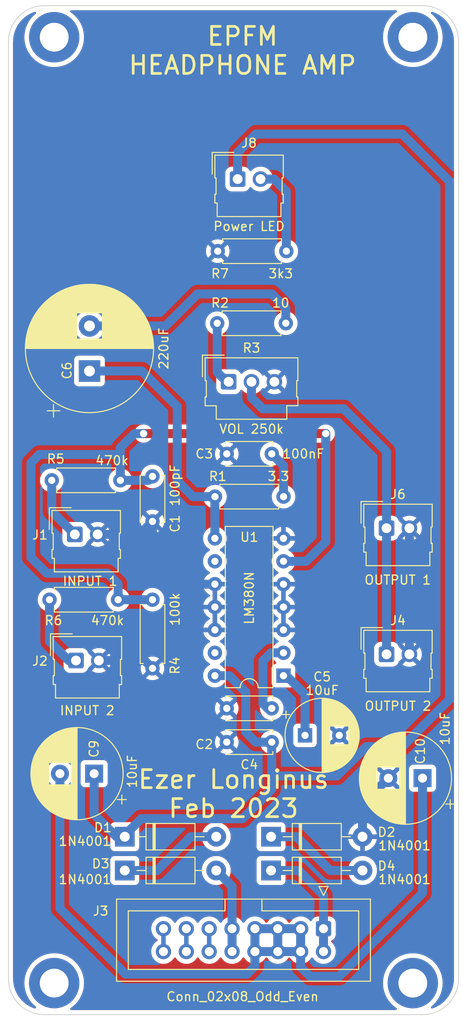
<source format=kicad_pcb>
(kicad_pcb (version 20211014) (generator pcbnew)
  (layers (0 "F.Cu" signal) (31 "B.Cu" signal) (34 "B.Paste" user) (35 "F.Paste" user) (36 "B.SilkS" user "B.Silkscreen") (37 "F.SilkS" user "F.Silkscreen") (38 "B.Mask" user) (39 "F.Mask" user) (44 "Edge.Cuts" user))
  (net 0 "")
  (net 1 "Earth")
  (net 2 "Net-(R5-Pad2)")
  (net 3 "Net-(C2-Pad1)")
  (net 4 "Net-(R1-Pad2)")
  (net 5 "+VDC")
  (net 6 "Net-(J1-Pad1)")
  (net 7 "Net-(C5-Pad1)")
  (net 8 "Net-(J2-Pad1)")
  (net 9 "Net-(R2-Pad2)")
  (net 12 "Net-(D3-Pad1)")
  (net 13 "Net-(D4-Pad2)")
  (net 14 "Net-(J3-Pad4)")
  (net 15 "+12V")
  (net 16 "-12V")
  (net 17 "+5V")
  (net 18 "CV")
  (net 19 "GATE")
  (net 20 "Net-(R1-Pad1)")
  (net 21 "Net-(R3-Pad2)")
  (net 22 "Net-(R2-Pad1)")
  (net 23 "Net-(J8-Pad2)")
  (footprint "MountingHole:MountingHole_3.2mm_M3_DIN965_Pad" (layer "F.Cu") (at 144.92 43.5)
    (fp_text reference "H2")
    (fp_text value "MountingHole")
    (pad "1" thru_hole circle (at 0 0) (size 5.6 5.6) (drill 3.2) (layers *.Cu *.Mask))
  )
  (footprint "Connector_Molex:Molex_SL_171971-0002_1x02_P2.54mm_Vertical" (layer "F.Cu") (at 107.5 112.69)
    (fp_text reference "J2" (at -4 0.06) (layer "F.SilkS"))
    (fp_text value "INPUT 2" (at 1.25 5.56) (layer "F.SilkS"))
    (pad "1" thru_hole roundrect (at 0 0) (size 1.74 1.74) (drill 1.09) (layers *.Cu *.Mask) (roundrect_rratio 0.1436781609) (net 8 "Net-(J2-Pad1)"))
    (pad "2" thru_hole circle (at 2.54 0) (size 1.74 1.74) (drill 1.09) (layers *.Cu *.Mask) (net 1 "Earth"))
  )
  (footprint "Resistor_THT:R_Axial_DIN0207_L6.3mm_D2.5mm_P7.62mm_Horizontal" (layer "F.Cu") (at 122.94 94.5)
    (fp_text reference "R1" (at 0.31 -2.25) (layer "F.SilkS"))
    (fp_text value "3.3" (at 7.06 -2.25) (layer "F.SilkS"))
    (pad "1" thru_hole circle (at 0 0) (size 1.6 1.6) (drill 0.8) (layers *.Cu *.Mask) (net 20 "Net-(R1-Pad1)"))
    (pad "2" thru_hole oval (at 7.62 0) (size 1.6 1.6) (drill 0.8) (layers *.Cu *.Mask) (net 4 "Net-(R1-Pad2)"))
  )
  (footprint "Capacitor_THT:C_Disc_D5.0mm_W2.5mm_P5.00mm" (layer "F.Cu") (at 116 97.25 90)
    (fp_text reference "C1" (at -0.25 2.5 90) (layer "F.SilkS"))
    (fp_text value "100pF" (at 4 2.5 90) (layer "F.SilkS"))
    (pad "1" thru_hole circle (at 0 0 90) (size 1.6 1.6) (drill 0.8) (layers *.Cu *.Mask) (net 1 "Earth"))
    (pad "2" thru_hole circle (at 5 0 90) (size 1.6 1.6) (drill 0.8) (layers *.Cu *.Mask) (net 2 "Net-(R5-Pad2)"))
  )
  (footprint "Capacitor_THT:C_Disc_D5.0mm_W2.5mm_P5.00mm" (layer "F.Cu") (at 129.25 121.75 180)
    (fp_text reference "C4" (at 2.5 -2.5) (layer "F.SilkS"))
    (fp_text value "100nF")
    (pad "1" thru_hole circle (at 0 0 180) (size 1.6 1.6) (drill 0.8) (layers *.Cu *.Mask) (net 5 "+VDC"))
    (pad "2" thru_hole circle (at 5 0 180) (size 1.6 1.6) (drill 0.8) (layers *.Cu *.Mask) (net 1 "Earth"))
  )
  (footprint "Capacitor_THT:CP_Radial_D10.0mm_P3.80mm" (layer "F.Cu") (at 146 125.75 180)
    (fp_text reference "C10" (at 0.25 3 90) (layer "F.SilkS"))
    (fp_text value "10uF" (at -2.5 5.5 90) (layer "F.SilkS"))
    (pad "1" thru_hole rect (at 0 0 180) (size 2 2) (drill 1) (layers *.Cu *.Mask) (net 14 "Net-(J3-Pad4)"))
    (pad "2" thru_hole circle (at 3.8 0 180) (size 2 2) (drill 1) (layers *.Cu *.Mask) (net 1 "Earth"))
  )
  (footprint "Connector_Molex:Molex_SL_171971-0002_1x02_P2.54mm_Vertical" (layer "F.Cu") (at 142 98)
    (fp_text reference "J6" (at 1.27 -3.75) (layer "F.SilkS"))
    (fp_text value "OUTPUT 1" (at 1.25 5.75) (layer "F.SilkS"))
    (pad "1" thru_hole roundrect (at 0 0) (size 1.74 1.74) (drill 1.09) (layers *.Cu *.Mask) (roundrect_rratio 0.1436781609) (net 21 "Net-(R3-Pad2)"))
    (pad "2" thru_hole circle (at 2.54 0) (size 1.74 1.74) (drill 1.09) (layers *.Cu *.Mask) (net 1 "Earth"))
  )
  (footprint "Resistor_THT:R_Axial_DIN0207_L6.3mm_D2.5mm_P7.62mm_Horizontal" (layer "F.Cu") (at 104.56 105.94)
    (fp_text reference "R6" (at 0.44 2.31) (layer "F.SilkS"))
    (fp_text value "470k" (at 6.44 2.31) (layer "F.SilkS"))
    (pad "1" thru_hole circle (at 0 0) (size 1.6 1.6) (drill 0.8) (layers *.Cu *.Mask) (net 8 "Net-(J2-Pad1)"))
    (pad "2" thru_hole oval (at 7.62 0) (size 1.6 1.6) (drill 0.8) (layers *.Cu *.Mask) (net 2 "Net-(R5-Pad2)"))
  )
  (footprint "Capacitor_THT:C_Disc_D5.0mm_W2.5mm_P5.00mm" (layer "F.Cu") (at 129.25 118 180)
    (fp_text reference "C2" (at 7.5 -4) (layer "F.SilkS"))
    (fp_text value "10nF")
    (pad "1" thru_hole circle (at 0 0 180) (size 1.6 1.6) (drill 0.8) (layers *.Cu *.Mask) (net 3 "Net-(C2-Pad1)"))
    (pad "2" thru_hole circle (at 5 0 180) (size 1.6 1.6) (drill 0.8) (layers *.Cu *.Mask) (net 1 "Earth"))
  )
  (footprint "Diode_THT:D_DO-41_SOD81_P10.16mm_Horizontal" (layer "F.Cu") (at 112.92 132.25)
    (fp_text reference "D1" (at -2.43 -1.0082) (layer "F.SilkS"))
    (fp_text value "1N4001" (at -4.42 0.5) (layer "F.SilkS"))
    (pad "1" thru_hole rect (at 0 0) (size 2.2 2.2) (drill 1.1) (layers *.Cu *.Mask) (net 5 "+VDC"))
    (pad "2" thru_hole oval (at 10.16 0) (size 2.2 2.2) (drill 1.1) (layers *.Cu *.Mask) (net 12 "Net-(D3-Pad1)"))
  )
  (footprint "Resistor_THT:R_Axial_DIN0207_L6.3mm_D2.5mm_P7.62mm_Horizontal" (layer "F.Cu") (at 116 113.56 90)
    (fp_text reference "R4" (at 0.31 2.5 90) (layer "F.SilkS"))
    (fp_text value "100k" (at 6.56 2.5 90) (layer "F.SilkS"))
    (pad "1" thru_hole circle (at 0 0 90) (size 1.6 1.6) (drill 0.8) (layers *.Cu *.Mask) (net 1 "Earth"))
    (pad "2" thru_hole oval (at 7.62 0 90) (size 1.6 1.6) (drill 0.8) (layers *.Cu *.Mask) (net 2 "Net-(R5-Pad2)"))
  )
  (footprint "Package_DIP:DIP-14_W7.62mm" (layer "F.Cu") (at 130.55 114.375 180)
    (fp_text reference "U1" (at 3.8 15.375) (layer "F.SilkS"))
    (fp_text value "LM380N" (at 3.8 8.625 90) (layer "F.SilkS"))
    (pad "1" thru_hole rect (at 0 0 180) (size 1.6 1.6) (drill 0.8) (layers *.Cu *.Mask) (net 7 "Net-(C5-Pad1)"))
    (pad "2" thru_hole oval (at 0 2.54 180) (size 1.6 1.6) (drill 0.8) (layers *.Cu *.Mask) (net 3 "Net-(C2-Pad1)"))
    (pad "3" thru_hole oval (at 0 5.08 180) (size 1.6 1.6) (drill 0.8) (layers *.Cu *.Mask) (net 1 "Earth"))
    (pad "4" thru_hole oval (at 0 7.62 180) (size 1.6 1.6) (drill 0.8) (layers *.Cu *.Mask) (net 1 "Earth"))
    (pad "5" thru_hole oval (at 0 10.16 180) (size 1.6 1.6) (drill 0.8) (layers *.Cu *.Mask) (net 1 "Earth"))
    (pad "6" thru_hole oval (at 0 12.7 180) (size 1.6 1.6) (drill 0.8) (layers *.Cu *.Mask) (net 2 "Net-(R5-Pad2)"))
    (pad "7" thru_hole oval (at 0 15.24 180) (size 1.6 1.6) (drill 0.8) (layers *.Cu *.Mask) (net 1 "Earth"))
    (pad "8" thru_hole oval (at 7.62 15.24 180) (size 1.6 1.6) (drill 0.8) (layers *.Cu *.Mask) (net 20 "Net-(R1-Pad1)"))
    (pad "9" thru_hole oval (at 7.62 12.7 180) (size 1.6 1.6) (drill 0.8) (layers *.Cu *.Mask))
    (pad "10" thru_hole oval (at 7.62 10.16 180) (size 1.6 1.6) (drill 0.8) (layers *.Cu *.Mask) (net 1 "Earth"))
    (pad "11" thru_hole oval (at 7.62 7.62 180) (size 1.6 1.6) (drill 0.8) (layers *.Cu *.Mask) (net 1 "Earth"))
    (pad "12" thru_hole oval (at 7.62 5.08 180) (size 1.6 1.6) (drill 0.8) (layers *.Cu *.Mask) (net 1 "Earth"))
    (pad "13" thru_hole oval (at 7.62 2.54 180) (size 1.6 1.6) (drill 0.8) (layers *.Cu *.Mask))
    (pad "14" thru_hole oval (at 7.62 0 180) (size 1.6 1.6) (drill 0.8) (layers *.Cu *.Mask) (net 5 "+VDC"))
  )
  (footprint "Connector_Molex:Molex_SL_171971-0002_1x02_P2.54mm_Vertical" (layer "F.Cu") (at 142 112)
    (fp_text reference "J4" (at 1.27 -3.75) (layer "F.SilkS"))
    (fp_text value "OUTPUT 2" (at 1.27 5.75) (layer "F.SilkS"))
    (pad "1" thru_hole roundrect (at 0 0) (size 1.74 1.74) (drill 1.09) (layers *.Cu *.Mask) (roundrect_rratio 0.1436781609) (net 21 "Net-(R3-Pad2)"))
    (pad "2" thru_hole circle (at 2.54 0) (size 1.74 1.74) (drill 1.09) (layers *.Cu *.Mask) (net 1 "Earth"))
  )
  (footprint "Capacitor_THT:CP_Radial_D10.0mm_P3.80mm" (layer "F.Cu") (at 109.517677 125.25 180)
    (fp_text reference "C9" (at 0.017677 2.75 90) (layer "F.SilkS"))
    (fp_text value "10uF" (at -4.232323 0.25 90) (layer "F.SilkS"))
    (pad "1" thru_hole rect (at 0 0 180) (size 2 2) (drill 1) (layers *.Cu *.Mask) (net 5 "+VDC"))
    (pad "2" thru_hole circle (at 3.8 0 180) (size 2 2) (drill 1) (layers *.Cu *.Mask) (net 14 "Net-(J3-Pad4)"))
  )
  (footprint "Connector_Molex:Molex_SL_171971-0003_1x03_P2.54mm_Vertical" (layer "F.Cu") (at 124.46 81.75)
    (fp_text reference "R3" (at 2.54 -3.75) (layer "F.SilkS"))
    (fp_text value "VOL 250k" (at 2.54 5.25) (layer "F.SilkS"))
    (pad "1" thru_hole roundrect (at 0 0) (size 1.74 1.74) (drill 1.09) (layers *.Cu *.Mask) (roundrect_rratio 0.1436781609) (net 9 "Net-(R2-Pad2)"))
    (pad "2" thru_hole circle (at 2.54 0) (size 1.74 1.74) (drill 1.09) (layers *.Cu *.Mask) (net 21 "Net-(R3-Pad2)"))
    (pad "3" thru_hole circle (at 5.08 0) (size 1.74 1.74) (drill 1.09) (layers *.Cu *.Mask) (net 1 "Earth"))
  )
  (footprint "Diode_THT:D_DO-41_SOD81_P10.16mm_Horizontal" (layer "F.Cu") (at 129.17 136)
    (fp_text reference "D4" (at 12.83 -0.5) (layer "F.SilkS"))
    (fp_text value "1N4001" (at 14.83 1) (layer "F.SilkS"))
    (pad "1" thru_hole rect (at 0 0) (size 2.2 2.2) (drill 1.1) (layers *.Cu *.Mask) (net 16 "-12V"))
    (pad "2" thru_hole oval (at 10.16 0) (size 2.2 2.2) (drill 1.1) (layers *.Cu *.Mask) (net 13 "Net-(D4-Pad2)"))
  )
  (footprint "Resistor_THT:R_Axial_DIN0207_L6.3mm_D2.5mm_P7.62mm_Horizontal" (layer "F.Cu") (at 123.25 67.25)
    (fp_text reference "R7" (at 0.25 2.5) (layer "F.SilkS"))
    (fp_text value "3k3" (at 7 2.5) (layer "F.SilkS"))
    (pad "1" thru_hole circle (at 0 0) (size 1.6 1.6) (drill 0.8) (layers *.Cu *.Mask) (net 1 "Earth"))
    (pad "2" thru_hole oval (at 7.62 0) (size 1.6 1.6) (drill 0.8) (layers *.Cu *.Mask) (net 23 "Net-(J8-Pad2)"))
  )
  (footprint "Diode_THT:D_DO-41_SOD81_P10.16mm_Horizontal" (layer "F.Cu") (at 112.92 136)
    (fp_text reference "D3" (at -2.67 -0.75) (layer "F.SilkS"))
    (fp_text value "1N4001" (at -4.42 1) (layer "F.SilkS"))
    (pad "1" thru_hole rect (at 0 0) (size 2.2 2.2) (drill 1.1) (layers *.Cu *.Mask) (net 12 "Net-(D3-Pad1)"))
    (pad "2" thru_hole oval (at 10.16 0) (size 2.2 2.2) (drill 1.1) (layers *.Cu *.Mask) (net 15 "+12V"))
  )
  (footprint "Capacitor_THT:CP_Radial_D8.0mm_P3.80mm" (layer "F.Cu") (at 132.947349 121)
    (fp_text reference "C5" (at 1.9 -6.5) (layer "F.SilkS"))
    (fp_text value "10uF" (at 1.9 -5) (layer "F.SilkS"))
    (pad "1" thru_hole rect (at 0 0) (size 1.6 1.6) (drill 0.8) (layers *.Cu *.Mask) (net 7 "Net-(C5-Pad1)"))
    (pad "2" thru_hole circle (at 3.8 0) (size 1.6 1.6) (drill 0.8) (layers *.Cu *.Mask) (net 1 "Earth"))
  )
  (footprint "Connector_Molex:Molex_SL_171971-0002_1x02_P2.54mm_Vertical" (layer "F.Cu") (at 125.46 59.25)
    (fp_text reference "J8" (at 1.27 -4) (layer "F.SilkS"))
    (fp_text value "Power LED" (at 1.27 5.25) (layer "F.SilkS"))
    (pad "1" thru_hole roundrect (at 0 0) (size 1.74 1.74) (drill 1.09) (layers *.Cu *.Mask) (roundrect_rratio 0.1436781609) (net 5 "+VDC"))
    (pad "2" thru_hole circle (at 2.54 0) (size 1.74 1.74) (drill 1.09) (layers *.Cu *.Mask) (net 23 "Net-(J8-Pad2)"))
  )
  (footprint "Capacitor_THT:CP_Radial_D14.0mm_P5.00mm" (layer "F.Cu") (at 109 80.552651 90)
    (fp_text reference "C6" (at 0.052651 -2.5 90) (layer "F.SilkS"))
    (fp_text value "220uF" (at 2.5 8.25 90) (layer "F.SilkS"))
    (pad "1" thru_hole rect (at 0 0 90) (size 2.4 2.4) (drill 1.2) (layers *.Cu *.Mask) (net 20 "Net-(R1-Pad1)"))
    (pad "2" thru_hole circle (at 5 0 90) (size 2.4 2.4) (drill 1.2) (layers *.Cu *.Mask) (net 22 "Net-(R2-Pad1)"))
  )
  (footprint "Capacitor_THT:C_Disc_D5.0mm_W2.5mm_P5.00mm" (layer "F.Cu") (at 124.25 89.75)
    (fp_text reference "C3" (at -2.5 0) (layer "F.SilkS"))
    (fp_text value "100nF" (at 8.5 0) (layer "F.SilkS"))
    (pad "1" thru_hole circle (at 0 0) (size 1.6 1.6) (drill 0.8) (layers *.Cu *.Mask) (net 1 "Earth"))
    (pad "2" thru_hole circle (at 5 0) (size 1.6 1.6) (drill 0.8) (layers *.Cu *.Mask) (net 4 "Net-(R1-Pad2)"))
  )
  (footprint "Connector_IDC:IDC-Header_2x08_P2.54mm_Vertical" (layer "F.Cu") (at 135 142.46 -90)
    (fp_text reference "J3" (at -1.96 24.75) (layer "F.SilkS"))
    (fp_text value "Conn_02x08_Odd_Even" (at 7.54 9 180) (layer "F.SilkS"))
    (pad "1" thru_hole roundrect (at 0 0 270) (size 1.7 1.7) (drill 1) (layers *.Cu *.Mask) (roundrect_rratio 0.1470588235) (net 16 "-12V"))
    (pad "2" thru_hole circle (at 2.54 0 270) (size 1.7 1.7) (drill 1) (layers *.Cu *.Mask) (net 16 "-12V"))
    (pad "3" thru_hole circle (at 0 2.54 270) (size 1.7 1.7) (drill 1) (layers *.Cu *.Mask) (net 14 "Net-(J3-Pad4)"))
    (pad "4" thru_hole circle (at 2.54 2.54 270) (size 1.7 1.7) (drill 1) (layers *.Cu *.Mask) (net 14 "Net-(J3-Pad4)"))
    (pad "5" thru_hole circle (at 0 5.08 270) (size 1.7 1.7) (drill 1) (layers *.Cu *.Mask) (net 14 "Net-(J3-Pad4)"))
    (pad "6" thru_hole circle (at 2.54 5.08 270) (size 1.7 1.7) (drill 1) (layers *.Cu *.Mask) (net 14 "Net-(J3-Pad4)"))
    (pad "7" thru_hole circle (at 0 7.62 270) (size 1.7 1.7) (drill 1) (layers *.Cu *.Mask) (net 14 "Net-(J3-Pad4)"))
    (pad "8" thru_hole circle (at 2.54 7.62 270) (size 1.7 1.7) (drill 1) (layers *.Cu *.Mask) (net 14 "Net-(J3-Pad4)"))
    (pad "9" thru_hole circle (at 0 10.16 270) (size 1.7 1.7) (drill 1) (layers *.Cu *.Mask) (net 15 "+12V"))
    (pad "10" thru_hole circle (at 2.54 10.16 270) (size 1.7 1.7) (drill 1) (layers *.Cu *.Mask) (net 15 "+12V"))
    (pad "11" thru_hole circle (at 0 12.7 270) (size 1.7 1.7) (drill 1) (layers *.Cu *.Mask) (net 17 "+5V"))
    (pad "12" thru_hole circle (at 2.54 12.7 270) (size 1.7 1.7) (drill 1) (layers *.Cu *.Mask) (net 17 "+5V"))
    (pad "13" thru_hole circle (at 0 15.24 270) (size 1.7 1.7) (drill 1) (layers *.Cu *.Mask) (net 18 "CV"))
    (pad "14" thru_hole circle (at 2.54 15.24 270) (size 1.7 1.7) (drill 1) (layers *.Cu *.Mask) (net 18 "CV"))
    (pad "15" thru_hole circle (at 0 17.78 270) (size 1.7 1.7) (drill 1) (layers *.Cu *.Mask) (net 19 "GATE"))
    (pad "16" thru_hole circle (at 2.54 17.78 270) (size 1.7 1.7) (drill 1) (layers *.Cu *.Mask) (net 19 "GATE"))
  )
  (footprint "Connector_Molex:Molex_SL_171971-0002_1x02_P2.54mm_Vertical" (layer "F.Cu") (at 107.37 98.69)
    (fp_text reference "J1" (at -3.87 0.06) (layer "F.SilkS"))
    (fp_text value " INPUT 1" (at 1.3166 5.196) (layer "F.SilkS"))
    (pad "1" thru_hole roundrect (at 0 0) (size 1.74 1.74) (drill 1.09) (layers *.Cu *.Mask) (roundrect_rratio 0.1436781609) (net 6 "Net-(J1-Pad1)"))
    (pad "2" thru_hole circle (at 2.54 0) (size 1.74 1.74) (drill 1.09) (layers *.Cu *.Mask) (net 1 "Earth"))
  )
  (footprint "Resistor_THT:R_Axial_DIN0207_L6.3mm_D2.5mm_P7.62mm_Horizontal" (layer "F.Cu") (at 130.81 75.25 180)
    (fp_text reference "R2" (at 7.31 2.25) (layer "F.SilkS"))
    (fp_text value "10" (at 0.56 2.25) (layer "F.SilkS"))
    (pad "1" thru_hole circle (at 0 0 180) (size 1.6 1.6) (drill 0.8) (layers *.Cu *.Mask) (net 22 "Net-(R2-Pad1)"))
    (pad "2" thru_hole oval (at 7.62 0 180) (size 1.6 1.6) (drill 0.8) (layers *.Cu *.Mask) (net 9 "Net-(R2-Pad2)"))
  )
  (footprint "MountingHole:MountingHole_3.2mm_M3_DIN965_Pad" (layer "F.Cu") (at 144.92 148.5)
    (fp_text reference "H4")
    (fp_text value "MountingHole")
    (pad "1" thru_hole circle (at 0 0) (size 5.6 5.6) (drill 3.2) (layers *.Cu *.Mask))
  )
  (footprint "MountingHole:MountingHole_3.2mm_M3_DIN965_Pad" (layer "F.Cu") (at 105.08 43.5)
    (fp_text reference "H1")
    (fp_text value "MountingHole")
    (pad "1" thru_hole circle (at 0 0) (size 5.6 5.6) (drill 3.2) (layers *.Cu *.Mask))
  )
  (footprint "Resistor_THT:R_Axial_DIN0207_L6.3mm_D2.5mm_P7.62mm_Horizontal" (layer "F.Cu") (at 104.81 92.69)
    (fp_text reference "R5" (at 0.44 -2.37) (layer "F.SilkS"))
    (fp_text value "470k" (at 6.69 -2.19) (layer "F.SilkS"))
    (pad "1" thru_hole circle (at 0 0) (size 1.6 1.6) (drill 0.8) (layers *.Cu *.Mask) (net 6 "Net-(J1-Pad1)"))
    (pad "2" thru_hole oval (at 7.62 0) (size 1.6 1.6) (drill 0.8) (layers *.Cu *.Mask) (net 2 "Net-(R5-Pad2)"))
  )
  (footprint "Diode_THT:D_DO-41_SOD81_P10.16mm_Horizontal" (layer "F.Cu") (at 129.17 132.25)
    (fp_text reference "D2" (at 12.83 -0.5) (layer "F.SilkS"))
    (fp_text value "1N4001" (at 14.83 1) (layer "F.SilkS"))
    (pad "1" thru_hole rect (at 0 0) (size 2.2 2.2) (drill 1.1) (layers *.Cu *.Mask) (net 13 "Net-(D4-Pad2)"))
    (pad "2" thru_hole oval (at 10.16 0) (size 2.2 2.2) (drill 1.1) (layers *.Cu *.Mask) (net 1 "Earth"))
  )
  (footprint "MountingHole:MountingHole_3.2mm_M3_DIN965_Pad" (layer "F.Cu") (at 105.08 148.5)
    (fp_text reference "H3")
    (fp_text value "MountingHole")
    (pad "1" thru_hole circle (at 0 0) (size 5.6 5.6) (drill 3.2) (layers *.Cu *.Mask))
  )
  (gr_arc (start 150 148) (mid 148.828427 150.828427) (end 146 152) (layer "Edge.Cuts") (width 0.1))
  (gr_arc (start 100 44) (mid 101.171573 41.171573) (end 104 40) (layer "Edge.Cuts") (width 0.1))
  (gr_line (start 146 40) (end 104 40) (layer "Edge.Cuts") (width 0.1))
  (gr_line (start 104 152) (end 146 152) (layer "Edge.Cuts") (width 0.1))
  (gr_line (start 100 148) (end 100 44) (layer "Edge.Cuts") (width 0.1))
  (gr_arc (start 104 152) (mid 101.171573 150.828427) (end 100 148) (layer "Edge.Cuts") (width 0.1))
  (gr_arc (start 146 40) (mid 148.828427 41.171573) (end 150 44) (layer "Edge.Cuts") (width 0.1))
  (gr_line (start 150 44) (end 150 148) (layer "Edge.Cuts") (width 0.1))
  (gr_text "EPFM\nHEADPHONE AMP" (at 126 45) (layer "F.SilkS") (effects (font (size 2 2) (thickness 0.3))))
  (gr_text "Ezer Longinus\nFeb 2023" (at 125 127.5) (layer "F.SilkS") (effects (font (size 2 2) (thickness 0.3))))
  (segment (start 139.33 128.62) (end 142.2 125.75) (width 1) (layer "B.Cu") (net 1))
  (segment (start 139.33 132.25) (end 139.33 128.62) (width 1) (layer "B.Cu") (net 1))
  (segment (start 110.04 112.69) (end 115.13 112.69) (width 1) (layer "B.Cu") (net 1))
  (segment (start 120.715 104.215) (end 116 99.5) (width 1) (layer "B.Cu") (net 1))
  (segment (start 116 99.5) (end 116 97.25) (width 1) (layer "B.Cu") (net 1))
  (segment (start 122.93 104.215) (end 120.715 104.215) (width 1) (layer "B.Cu") (net 1))
  (segment (start 115.13 112.69) (end 116 113.56) (width 1) (layer "B.Cu") (net 1))
  (segment (start 114.56 98.69) (end 116 97.25) (width 1) (layer "B.Cu") (net 1))
  (segment (start 144.54 98) (end 144.54 112) (width 1) (layer "B.Cu") (net 1))
  (segment (start 109.91 98.69) (end 114.56 98.69) (width 1) (layer "B.Cu") (net 1))
  (segment (start 135.25 87.5) (end 115 87.5) (width 1) (layer "F.Cu") (net 2))
  (via (at 135.25 87.5) (size 1) (drill 0.8) (layers "F.Cu" "B.Cu") (net 2))
  (via (at 115 87.5) (size 1) (drill 0.8) (layers "F.Cu" "B.Cu") (net 2))
  (segment (start 112.43 92.69) (end 115.56 92.69) (width 1) (layer "B.Cu") (net 2))
  (segment (start 111 103) (end 112.18 104.18) (width 1) (layer "B.Cu") (net 2))
  (segment (start 103.43 89.82) (end 102.5 90.75) (width 1) (layer "B.Cu") (net 2))
  (segment (start 112.18 104.18) (end 112.18 105.94) (width 1) (layer "B.Cu") (net 2))
  (segment (start 104.25 103) (end 111 103) (width 1) (layer "B.Cu") (net 2))
  (segment (start 112.43 89.82) (end 112.43 89.07) (width 1) (layer "B.Cu") (net 2))
  (segment (start 133.075 101.675) (end 135.25 99.5) (width 1) (layer "B.Cu") (net 2))
  (segment (start 116 105.94) (end 112.18 105.94) (width 1) (layer "B.Cu") (net 2))
  (segment (start 130.55 101.675) (end 133.075 101.675) (width 1) (layer "B.Cu") (net 2))
  (segment (start 102.5 101.25) (end 104.25 103) (width 1) (layer "B.Cu") (net 2))
  (segment (start 112.43 89.82) (end 103.43 89.82) (width 1) (layer "B.Cu") (net 2))
  (segment (start 135.25 99.5) (end 135.25 87.5) (width 1) (layer "B.Cu") (net 2))
  (segment (start 112.43 89.07) (end 114 87.5) (width 1) (layer "B.Cu") (net 2))
  (segment (start 112.43 92.69) (end 112.43 89.82) (width 1) (layer "B.Cu") (net 2))
  (segment (start 115.56 92.69) (end 116 92.25) (width 1) (layer "B.Cu") (net 2))
  (segment (start 114 87.5) (end 115 87.5) (width 1) (layer "B.Cu") (net 2))
  (segment (start 102.5 90.75) (end 102.5 101.25) (width 1) (layer "B.Cu") (net 2))
  (segment (start 129.25 118) (end 128.795 118) (width 1) (layer "B.Cu") (net 3))
  (segment (start 130.55 111.835) (end 129.165 111.835) (width 1) (layer "B.Cu") (net 3))
  (segment (start 128.27 117.475) (end 128.27 112.73) (width 1) (layer "B.Cu") (net 3))
  (segment (start 128.27 112.73) (end 128.4375 112.5625) (width 1) (layer "B.Cu") (net 3))
  (segment (start 129.165 111.835) (end 128.4375 112.5625) (width 1) (layer "B.Cu") (net 3))
  (segment (start 128.795 118) (end 128.27 117.475) (width 1) (layer "B.Cu") (net 3))
  (segment (start 130.56 94.5) (end 130.56 91.06) (width 1) (layer "B.Cu") (net 4))
  (segment (start 130.56 91.06) (end 129.25 89.75) (width 1) (layer "B.Cu") (net 4))
  (segment (start 143.75 122.25) (end 139.75 122.25) (width 1) (layer "B.Cu") (net 5))
  (segment (start 143.75 54.25) (end 149 59.5) (width 1) (layer "B.Cu") (net 5))
  (segment (start 112.92 132.08) (end 114.75 130.25) (width 1) (layer "B.Cu") (net 5))
  (segment (start 126.365 120.65) (end 127.465 121.75) (width 1) (layer "B.Cu") (net 5))
  (segment (start 122.93 114.375) (end 124.535 114.375) (width 1) (layer "B.Cu") (net 5))
  (segment (start 124.535 114.375) (end 126.365 116.205) (width 1) (layer "B.Cu") (net 5))
  (segment (start 114.75 130.25) (end 126 130.25) (width 1) (layer "B.Cu") (net 5))
  (segment (start 112.92 132.25) (end 112.92 132.08) (width 1) (layer "B.Cu") (net 5))
  (segment (start 129.25 127) (end 129.25 125.5) (width 1) (layer "B.Cu") (net 5))
  (segment (start 139.75 122.25) (end 136.5 125.5) (width 1) (layer "B.Cu") (net 5))
  (segment (start 109.517677 129.767677) (end 109.517677 125.25) (width 1) (layer "B.Cu") (net 5))
  (segment (start 129.25 125.5) (end 129.25 121.75) (width 1) (layer "B.Cu") (net 5))
  (segment (start 149 117) (end 143.75 122.25) (width 1) (layer "B.Cu") (net 5))
  (segment (start 149 59.5) (end 149 117) (width 1) (layer "B.Cu") (net 5))
  (segment (start 125.46 56.29) (end 127.5 54.25) (width 1) (layer "B.Cu") (net 5))
  (segment (start 136.5 125.5) (end 129.25 125.5) (width 1) (layer "B.Cu") (net 5))
  (segment (start 127.5 54.25) (end 143.75 54.25) (width 1) (layer "B.Cu") (net 5))
  (segment (start 112.92 132.25) (end 112 132.25) (width 1) (layer "B.Cu") (net 5))
  (segment (start 125.46 59.25) (end 125.46 56.29) (width 1) (layer "B.Cu") (net 5))
  (segment (start 127.465 121.75) (end 129.25 121.75) (width 1) (layer "B.Cu") (net 5))
  (segment (start 112 132.25) (end 109.517677 129.767677) (width 1) (layer "B.Cu") (net 5))
  (segment (start 126 130.25) (end 129.25 127) (width 1) (layer "B.Cu") (net 5))
  (segment (start 126.365 116.205) (end 126.365 120.65) (width 1) (layer "B.Cu") (net 5))
  (segment (start 104.81 92.69) (end 104.81 96.13) (width 1) (layer "B.Cu") (net 6))
  (segment (start 104.81 96.13) (end 107.37 98.69) (width 1) (layer "B.Cu") (net 6))
  (segment (start 130.875 114.375) (end 132.947349 116.447349) (width 1) (layer "B.Cu") (net 7))
  (segment (start 132.947349 116.447349) (end 132.947349 121) (width 1) (layer "B.Cu") (net 7))
  (segment (start 130.55 114.375) (end 130.875 114.375) (width 1) (layer "B.Cu") (net 7))
  (segment (start 106.69 112.69) (end 104.56 110.56) (width 1) (layer "B.Cu") (net 8))
  (segment (start 107.5 112.69) (end 106.69 112.69) (width 1) (layer "B.Cu") (net 8))
  (segment (start 104.56 110.56) (end 104.56 105.94) (width 1) (layer "B.Cu") (net 8))
  (segment (start 124.46 81.75) (end 124.25 81.75) (width 1) (layer "B.Cu") (net 9))
  (segment (start 124.25 81.75) (end 123.19 80.69) (width 1) (layer "B.Cu") (net 9))
  (segment (start 123.19 80.69) (end 123.19 75.25) (width 1) (layer "B.Cu") (net 9))
  (segment (start 120.25 132.25) (end 123.08 132.25) (width 1) (layer "B.Cu") (net 12))
  (segment (start 116.5 136) (end 120.25 132.25) (width 1) (layer "B.Cu") (net 12))
  (segment (start 112.92 136) (end 116.5 136) (width 1) (layer "B.Cu") (net 12))
  (segment (start 132 132.25) (end 135.75 136) (width 1) (layer "B.Cu") (net 13))
  (segment (start 135.75 136) (end 139.33 136) (width 1) (layer "B.Cu") (net 13))
  (segment (start 129.17 132.25) (end 132 132.25) (width 1) (layer "B.Cu") (net 13))
  (segment (start 127.38 142.46) (end 129.92 142.46) (width 1) (layer "B.Cu") (net 14))
  (segment (start 146 125.75) (end 146 138.5) (width 1) (layer "B.Cu") (net 14))
  (segment (start 146 138.5) (end 136.75 147.75) (width 1) (layer "B.Cu") (net 14))
  (segment (start 126.5 147.5) (end 113 147.5) (width 1) (layer "B.Cu") (net 14))
  (segment (start 132.46 146.71) (end 132.46 145) (width 1) (layer "B.Cu") (net 14))
  (segment (start 129.92 142.46) (end 132.46 142.46) (width 1) (layer "B.Cu") (net 14))
  (segment (start 127.38 145) (end 127.38 146.62) (width 1) (layer "B.Cu") (net 14))
  (segment (start 136.75 147.75) (end 133.5 147.75) (width 1) (layer "B.Cu") (net 14))
  (segment (start 127.38 145) (end 129.92 145) (width 1) (layer "B.Cu") (net 14))
  (segment (start 105.717677 140.217677) (end 105.717677 125.25) (width 1) (layer "B.Cu") (net 14))
  (segment (start 113 147.5) (end 105.717677 140.217677) (width 1) (layer "B.Cu") (net 14))
  (segment (start 127.38 146.62) (end 126.5 147.5) (width 1) (layer "B.Cu") (net 14))
  (segment (start 133.5 147.75) (end 132.46 146.71) (width 1) (layer "B.Cu") (net 14))
  (segment (start 129.92 142.46) (end 129.92 145) (width 1) (layer "B.Cu") (net 14))
  (segment (start 127.38 142.46) (end 127.38 145) (width 1) (layer "B.Cu") (net 14))
  (segment (start 132.46 142.46) (end 132.46 145) (width 1) (layer "B.Cu") (net 14))
  (segment (start 129.92 145) (end 132.46 145) (width 1) (layer "B.Cu") (net 14))
  (segment (start 124.84 145) (end 124.84 142.46) (width 1) (layer "B.Cu") (net 15))
  (segment (start 124.84 142.46) (end 124.84 137.76) (width 1) (layer "B.Cu") (net 15))
  (segment (start 124.84 137.76) (end 123.08 136) (width 1) (layer "B.Cu") (net 15))
  (segment (start 135 138.75) (end 135 142.46) (width 1) (layer "B.Cu") (net 16))
  (segment (start 129.17 136) (end 132.25 136) (width 1) (layer "B.Cu") (net 16))
  (segment (start 135 145) (end 135 142.46) (width 1) (layer "B.Cu") (net 16))
  (segment (start 132.25 136) (end 135 138.75) (width 1) (layer "B.Cu") (net 16))
  (segment (start 122.3 145) (end 122.3 142.46) (width 0.5) (layer "B.Cu") (net 17))
  (segment (start 119.76 145) (end 119.76 142.46) (width 0.5) (layer "B.Cu") (net 18))
  (segment (start 117.22 145) (end 117.22 142.46) (width 0.5) (layer "B.Cu") (net 19))
  (segment (start 120.5 94.5) (end 118.75 92.75) (width 1) (layer "B.Cu") (net 20))
  (segment (start 122.94 94.5) (end 120.5 94.5) (width 1) (layer "B.Cu") (net 20))
  (segment (start 118.75 84.5) (end 114.802651 80.552651) (width 1) (layer "B.Cu") (net 20))
  (segment (start 122.93 94.51) (end 122.94 94.5) (width 1) (layer "B.Cu") (net 20))
  (segment (start 118.75 92.75) (end 118.75 84.5) (width 1) (layer "B.Cu") (net 20))
  (segment (start 122.93 99.135) (end 122.93 94.51) (width 1) (layer "B.Cu") (net 20))
  (segment (start 114.802651 80.552651) (end 109 80.552651) (width 1) (layer "B.Cu") (net 20))
  (segment (start 128.25 84.75) (end 127 83.5) (width 1) (layer "B.Cu") (net 21))
  (segment (start 142 98) (end 142 89.5) (width 1) (layer "B.Cu") (net 21))
  (segment (start 142 98) (end 142 112) (width 1) (layer "B.Cu") (net 21))
  (segment (start 137.25 84.75) (end 128.25 84.75) (width 1) (layer "B.Cu") (net 21))
  (segment (start 142 89.5) (end 137.25 84.75) (width 1) (layer "B.Cu") (net 21))
  (segment (start 127 83.5) (end 127 81.75) (width 1) (layer "B.Cu") (net 21))
  (segment (start 129.25 72) (end 130.81 73.56) (width 1) (layer "B.Cu") (net 22))
  (segment (start 109 75.552651) (end 117.447349 75.552651) (width 1) (layer "B.Cu") (net 22))
  (segment (start 121 72) (end 129.25 72) (width 1) (layer "B.Cu") (net 22))
  (segment (start 130.81 73.56) (end 130.81 75.25) (width 1) (layer "B.Cu") (net 22))
  (segment (start 117.447349 75.552651) (end 121 72) (width 1) (layer "B.Cu") (net 22))
  (segment (start 129.5 59.25) (end 130.87 60.62) (width 1) (layer "B.Cu") (net 23))
  (segment (start 130.87 60.62) (end 130.87 67.25) (width 1) (layer "B.Cu") (net 23))
  (segment (start 128 59.25) (end 129.5 59.25) (width 1) (layer "B.Cu") (net 23))
  (zone (net 1) (net_name "Earth") (layer "F.Cu") (connect_pads (clearance 0.508)) (min_thickness 0.254) (fill yes (thermal_gap 0.508) (thermal_bridge_width 0.508))
    (polygon (pts (xy 150.495 153.035) (xy 99.06 153.035) (xy 99.06 39.37) (xy 150.495 39.37)))
  )
  (zone (net 1) (net_name "Earth") (layer "B.Cu") (connect_pads (clearance 0.508)) (min_thickness 0.254) (fill yes (thermal_gap 0.508) (thermal_bridge_width 0.508))
    (polygon (pts (xy 150 152) (xy 100 152) (xy 100 40) (xy 150 40)))
  )
)
</source>
